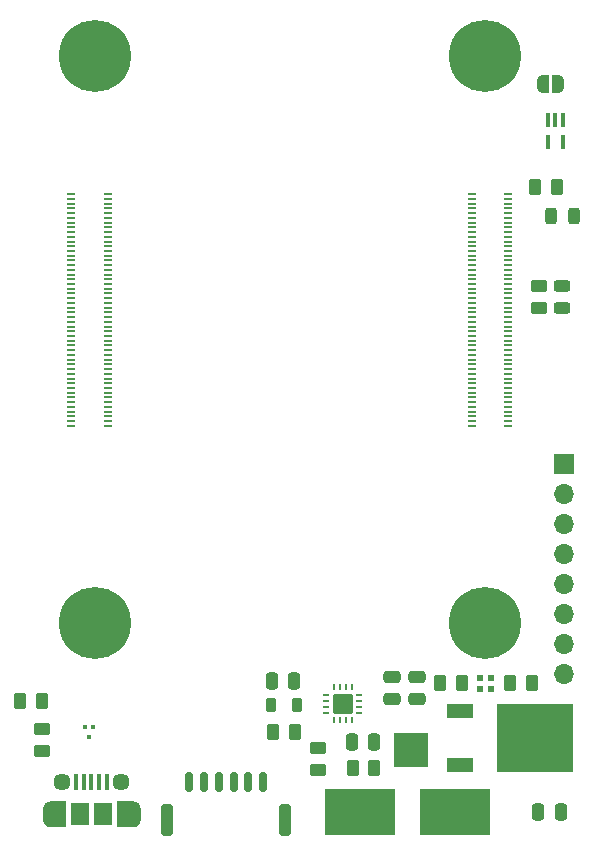
<source format=gbr>
G04 #@! TF.GenerationSoftware,KiCad,Pcbnew,(5.99.0-9568-gb9d26a55f2)*
G04 #@! TF.CreationDate,2021-03-17T08:28:42+01:00*
G04 #@! TF.ProjectId,rpi_cm4_drone_carrier_v01,7270695f-636d-4345-9f64-726f6e655f63,v01*
G04 #@! TF.SameCoordinates,Original*
G04 #@! TF.FileFunction,Soldermask,Top*
G04 #@! TF.FilePolarity,Negative*
%FSLAX46Y46*%
G04 Gerber Fmt 4.6, Leading zero omitted, Abs format (unit mm)*
G04 Created by KiCad (PCBNEW (5.99.0-9568-gb9d26a55f2)) date 2021-03-17 08:28:42*
%MOMM*%
%LPD*%
G01*
G04 APERTURE LIST*
G04 Aperture macros list*
%AMRoundRect*
0 Rectangle with rounded corners*
0 $1 Rounding radius*
0 $2 $3 $4 $5 $6 $7 $8 $9 X,Y pos of 4 corners*
0 Add a 4 corners polygon primitive as box body*
4,1,4,$2,$3,$4,$5,$6,$7,$8,$9,$2,$3,0*
0 Add four circle primitives for the rounded corners*
1,1,$1+$1,$2,$3*
1,1,$1+$1,$4,$5*
1,1,$1+$1,$6,$7*
1,1,$1+$1,$8,$9*
0 Add four rect primitives between the rounded corners*
20,1,$1+$1,$2,$3,$4,$5,0*
20,1,$1+$1,$4,$5,$6,$7,0*
20,1,$1+$1,$6,$7,$8,$9,0*
20,1,$1+$1,$8,$9,$2,$3,0*%
%AMFreePoly0*
4,1,22,0.500000,-0.750000,0.000000,-0.750000,0.000000,-0.745033,-0.079941,-0.743568,-0.215256,-0.701293,-0.333266,-0.622738,-0.424486,-0.514219,-0.481581,-0.384460,-0.499164,-0.250000,-0.500000,-0.250000,-0.500000,0.250000,-0.499164,0.250000,-0.499963,0.256109,-0.478152,0.396186,-0.417904,0.524511,-0.324060,0.630769,-0.204165,0.706417,-0.067858,0.745374,0.000000,0.744959,0.000000,0.750000,
0.500000,0.750000,0.500000,-0.750000,0.500000,-0.750000,$1*%
%AMFreePoly1*
4,1,20,0.000000,0.744959,0.073905,0.744508,0.209726,0.703889,0.328688,0.626782,0.421226,0.519385,0.479903,0.390333,0.500000,0.250000,0.500000,-0.250000,0.499851,-0.262216,0.476331,-0.402017,0.414519,-0.529596,0.319384,-0.634700,0.198574,-0.708877,0.061801,-0.746166,0.000000,-0.745033,0.000000,-0.750000,-0.500000,-0.750000,-0.500000,0.750000,0.000000,0.750000,0.000000,0.744959,
0.000000,0.744959,$1*%
G04 Aperture macros list end*
%ADD10C,0.000100*%
%ADD11RoundRect,0.250000X-0.262500X-0.450000X0.262500X-0.450000X0.262500X0.450000X-0.262500X0.450000X0*%
%ADD12R,0.400000X1.190000*%
%ADD13RoundRect,0.250000X0.250000X0.475000X-0.250000X0.475000X-0.250000X-0.475000X0.250000X-0.475000X0*%
%ADD14RoundRect,0.243750X-0.243750X-0.456250X0.243750X-0.456250X0.243750X0.456250X-0.243750X0.456250X0*%
%ADD15RoundRect,0.150000X-0.150000X-0.700000X0.150000X-0.700000X0.150000X0.700000X-0.150000X0.700000X0*%
%ADD16RoundRect,0.250000X-0.250000X-1.100000X0.250000X-1.100000X0.250000X1.100000X-0.250000X1.100000X0*%
%ADD17FreePoly0,0.000000*%
%ADD18FreePoly1,0.000000*%
%ADD19R,0.490000X0.490000*%
%ADD20C,0.499999*%
%ADD21RoundRect,0.125000X-0.174999X-0.000001X-0.174999X0.000001X0.174999X0.000001X0.174999X-0.000001X0*%
%ADD22RoundRect,0.125000X0.000001X-0.174999X-0.000001X-0.174999X-0.000001X0.174999X0.000001X0.174999X0*%
%ADD23RoundRect,0.203998X-0.646001X-0.646001X0.646001X-0.646001X0.646001X0.646001X-0.646001X0.646001X0*%
%ADD24RoundRect,0.185998X-0.589001X-0.589001X0.589001X-0.589001X0.589001X0.589001X-0.589001X0.589001X0*%
%ADD25RoundRect,0.250000X-0.250000X-0.475000X0.250000X-0.475000X0.250000X0.475000X-0.250000X0.475000X0*%
%ADD26RoundRect,0.243750X0.456250X-0.243750X0.456250X0.243750X-0.456250X0.243750X-0.456250X-0.243750X0*%
%ADD27R,0.400000X1.350000*%
%ADD28C,1.450000*%
%ADD29R,1.500000X1.900000*%
%ADD30RoundRect,0.250000X0.475000X-0.250000X0.475000X0.250000X-0.475000X0.250000X-0.475000X-0.250000X0*%
%ADD31RoundRect,0.250000X0.450000X-0.262500X0.450000X0.262500X-0.450000X0.262500X-0.450000X-0.262500X0*%
%ADD32R,3.000000X3.000000*%
%ADD33RoundRect,0.250000X0.262500X0.450000X-0.262500X0.450000X-0.262500X-0.450000X0.262500X-0.450000X0*%
%ADD34R,6.000000X4.000000*%
%ADD35RoundRect,0.250000X-0.450000X0.262500X-0.450000X-0.262500X0.450000X-0.262500X0.450000X0.262500X0*%
%ADD36RoundRect,0.218750X0.218750X0.381250X-0.218750X0.381250X-0.218750X-0.381250X0.218750X-0.381250X0*%
%ADD37RoundRect,0.250100X-0.262400X-0.449900X0.262400X-0.449900X0.262400X0.449900X-0.262400X0.449900X0*%
%ADD38R,2.200000X1.200000*%
%ADD39R,6.400000X5.800000*%
%ADD40R,1.700000X1.700000*%
%ADD41O,1.700000X1.700000*%
%ADD42R,0.300000X0.300000*%
%ADD43C,6.100000*%
%ADD44R,0.700000X0.200000*%
G04 APERTURE END LIST*
D10*
X133218250Y-145112500D02*
X131918250Y-145112500D01*
X131918250Y-145112500D02*
X131918250Y-147212500D01*
X131918250Y-147212500D02*
X133218250Y-147212500D01*
X133218250Y-147212500D02*
X133248343Y-147211712D01*
X133248343Y-147211712D02*
X133278354Y-147209350D01*
X133278354Y-147209350D02*
X133308200Y-147205421D01*
X133308200Y-147205421D02*
X133337799Y-147199935D01*
X133337799Y-147199935D02*
X133367071Y-147192907D01*
X133367071Y-147192907D02*
X133395935Y-147184357D01*
X133395935Y-147184357D02*
X133424312Y-147174309D01*
X133424312Y-147174309D02*
X133452124Y-147162789D01*
X133452124Y-147162789D02*
X133479295Y-147149829D01*
X133479295Y-147149829D02*
X133505750Y-147135465D01*
X133505750Y-147135465D02*
X133531417Y-147119736D01*
X133531417Y-147119736D02*
X133556227Y-147102685D01*
X133556227Y-147102685D02*
X133580109Y-147084359D01*
X133580109Y-147084359D02*
X133603000Y-147064808D01*
X133603000Y-147064808D02*
X133624836Y-147044086D01*
X133624836Y-147044086D02*
X133645558Y-147022250D01*
X133645558Y-147022250D02*
X133665109Y-146999359D01*
X133665109Y-146999359D02*
X133683435Y-146975477D01*
X133683435Y-146975477D02*
X133700486Y-146950667D01*
X133700486Y-146950667D02*
X133716215Y-146925000D01*
X133716215Y-146925000D02*
X133730579Y-146898545D01*
X133730579Y-146898545D02*
X133743539Y-146871374D01*
X133743539Y-146871374D02*
X133755059Y-146843562D01*
X133755059Y-146843562D02*
X133765107Y-146815185D01*
X133765107Y-146815185D02*
X133773657Y-146786321D01*
X133773657Y-146786321D02*
X133780685Y-146757049D01*
X133780685Y-146757049D02*
X133786171Y-146727450D01*
X133786171Y-146727450D02*
X133790100Y-146697604D01*
X133790100Y-146697604D02*
X133792462Y-146667593D01*
X133792462Y-146667593D02*
X133793250Y-146637500D01*
X133793250Y-146637500D02*
X133793250Y-145687500D01*
X133793250Y-145687500D02*
X133792462Y-145657407D01*
X133792462Y-145657407D02*
X133790100Y-145627396D01*
X133790100Y-145627396D02*
X133786171Y-145597550D01*
X133786171Y-145597550D02*
X133780685Y-145567951D01*
X133780685Y-145567951D02*
X133773657Y-145538679D01*
X133773657Y-145538679D02*
X133765107Y-145509815D01*
X133765107Y-145509815D02*
X133755059Y-145481438D01*
X133755059Y-145481438D02*
X133743539Y-145453626D01*
X133743539Y-145453626D02*
X133730579Y-145426455D01*
X133730579Y-145426455D02*
X133716215Y-145400000D01*
X133716215Y-145400000D02*
X133700486Y-145374333D01*
X133700486Y-145374333D02*
X133683435Y-145349523D01*
X133683435Y-145349523D02*
X133665109Y-145325641D01*
X133665109Y-145325641D02*
X133645558Y-145302750D01*
X133645558Y-145302750D02*
X133624836Y-145280914D01*
X133624836Y-145280914D02*
X133603000Y-145260192D01*
X133603000Y-145260192D02*
X133580109Y-145240641D01*
X133580109Y-145240641D02*
X133556227Y-145222315D01*
X133556227Y-145222315D02*
X133531417Y-145205264D01*
X133531417Y-145205264D02*
X133505750Y-145189535D01*
X133505750Y-145189535D02*
X133479295Y-145175171D01*
X133479295Y-145175171D02*
X133452124Y-145162211D01*
X133452124Y-145162211D02*
X133424312Y-145150691D01*
X133424312Y-145150691D02*
X133395935Y-145140643D01*
X133395935Y-145140643D02*
X133367071Y-145132093D01*
X133367071Y-145132093D02*
X133337799Y-145125065D01*
X133337799Y-145125065D02*
X133308200Y-145119579D01*
X133308200Y-145119579D02*
X133278354Y-145115650D01*
X133278354Y-145115650D02*
X133248343Y-145113288D01*
X133248343Y-145113288D02*
X133218250Y-145112500D01*
X133218250Y-145112500D02*
X133218250Y-145112500D01*
G36*
X133248343Y-145113288D02*
G01*
X133278354Y-145115650D01*
X133308200Y-145119579D01*
X133337799Y-145125065D01*
X133367071Y-145132093D01*
X133395935Y-145140643D01*
X133424312Y-145150691D01*
X133452124Y-145162211D01*
X133479295Y-145175171D01*
X133505750Y-145189535D01*
X133531417Y-145205264D01*
X133556227Y-145222315D01*
X133580109Y-145240641D01*
X133603000Y-145260192D01*
X133624836Y-145280914D01*
X133645558Y-145302750D01*
X133665109Y-145325641D01*
X133683435Y-145349523D01*
X133700486Y-145374333D01*
X133716215Y-145400000D01*
X133730579Y-145426455D01*
X133743539Y-145453626D01*
X133755059Y-145481438D01*
X133765107Y-145509815D01*
X133773657Y-145538679D01*
X133780685Y-145567951D01*
X133786171Y-145597550D01*
X133790100Y-145627396D01*
X133792462Y-145657407D01*
X133793250Y-145687500D01*
X133793250Y-146637500D01*
X133792462Y-146667593D01*
X133790100Y-146697604D01*
X133786171Y-146727450D01*
X133780685Y-146757049D01*
X133773657Y-146786321D01*
X133765107Y-146815185D01*
X133755059Y-146843562D01*
X133743539Y-146871374D01*
X133730579Y-146898545D01*
X133716215Y-146925000D01*
X133700486Y-146950667D01*
X133683435Y-146975477D01*
X133665109Y-146999359D01*
X133645558Y-147022250D01*
X133624836Y-147044086D01*
X133603000Y-147064808D01*
X133580109Y-147084359D01*
X133556227Y-147102685D01*
X133531417Y-147119736D01*
X133505750Y-147135465D01*
X133479295Y-147149829D01*
X133452124Y-147162789D01*
X133424312Y-147174309D01*
X133395935Y-147184357D01*
X133367071Y-147192907D01*
X133337799Y-147199935D01*
X133308200Y-147205421D01*
X133278354Y-147209350D01*
X133248343Y-147211712D01*
X133218250Y-147212500D01*
X131918250Y-147212500D01*
X131918250Y-145112500D01*
X133218250Y-145112500D01*
X133248343Y-145113288D01*
G37*
X133248343Y-145113288D02*
X133278354Y-145115650D01*
X133308200Y-145119579D01*
X133337799Y-145125065D01*
X133367071Y-145132093D01*
X133395935Y-145140643D01*
X133424312Y-145150691D01*
X133452124Y-145162211D01*
X133479295Y-145175171D01*
X133505750Y-145189535D01*
X133531417Y-145205264D01*
X133556227Y-145222315D01*
X133580109Y-145240641D01*
X133603000Y-145260192D01*
X133624836Y-145280914D01*
X133645558Y-145302750D01*
X133665109Y-145325641D01*
X133683435Y-145349523D01*
X133700486Y-145374333D01*
X133716215Y-145400000D01*
X133730579Y-145426455D01*
X133743539Y-145453626D01*
X133755059Y-145481438D01*
X133765107Y-145509815D01*
X133773657Y-145538679D01*
X133780685Y-145567951D01*
X133786171Y-145597550D01*
X133790100Y-145627396D01*
X133792462Y-145657407D01*
X133793250Y-145687500D01*
X133793250Y-146637500D01*
X133792462Y-146667593D01*
X133790100Y-146697604D01*
X133786171Y-146727450D01*
X133780685Y-146757049D01*
X133773657Y-146786321D01*
X133765107Y-146815185D01*
X133755059Y-146843562D01*
X133743539Y-146871374D01*
X133730579Y-146898545D01*
X133716215Y-146925000D01*
X133700486Y-146950667D01*
X133683435Y-146975477D01*
X133665109Y-146999359D01*
X133645558Y-147022250D01*
X133624836Y-147044086D01*
X133603000Y-147064808D01*
X133580109Y-147084359D01*
X133556227Y-147102685D01*
X133531417Y-147119736D01*
X133505750Y-147135465D01*
X133479295Y-147149829D01*
X133452124Y-147162789D01*
X133424312Y-147174309D01*
X133395935Y-147184357D01*
X133367071Y-147192907D01*
X133337799Y-147199935D01*
X133308200Y-147205421D01*
X133278354Y-147209350D01*
X133248343Y-147211712D01*
X133218250Y-147212500D01*
X131918250Y-147212500D01*
X131918250Y-145112500D01*
X133218250Y-145112500D01*
X133248343Y-145113288D01*
X126218250Y-145112500D02*
X127518250Y-145112500D01*
X127518250Y-145112500D02*
X127518250Y-147212500D01*
X127518250Y-147212500D02*
X126218250Y-147212500D01*
X126218250Y-147212500D02*
X126188157Y-147211712D01*
X126188157Y-147211712D02*
X126158146Y-147209350D01*
X126158146Y-147209350D02*
X126128300Y-147205421D01*
X126128300Y-147205421D02*
X126098701Y-147199935D01*
X126098701Y-147199935D02*
X126069429Y-147192907D01*
X126069429Y-147192907D02*
X126040565Y-147184357D01*
X126040565Y-147184357D02*
X126012188Y-147174309D01*
X126012188Y-147174309D02*
X125984376Y-147162789D01*
X125984376Y-147162789D02*
X125957205Y-147149829D01*
X125957205Y-147149829D02*
X125930750Y-147135465D01*
X125930750Y-147135465D02*
X125905083Y-147119736D01*
X125905083Y-147119736D02*
X125880273Y-147102685D01*
X125880273Y-147102685D02*
X125856391Y-147084359D01*
X125856391Y-147084359D02*
X125833500Y-147064808D01*
X125833500Y-147064808D02*
X125811664Y-147044086D01*
X125811664Y-147044086D02*
X125790942Y-147022250D01*
X125790942Y-147022250D02*
X125771391Y-146999359D01*
X125771391Y-146999359D02*
X125753065Y-146975477D01*
X125753065Y-146975477D02*
X125736014Y-146950667D01*
X125736014Y-146950667D02*
X125720285Y-146925000D01*
X125720285Y-146925000D02*
X125705921Y-146898545D01*
X125705921Y-146898545D02*
X125692961Y-146871374D01*
X125692961Y-146871374D02*
X125681441Y-146843562D01*
X125681441Y-146843562D02*
X125671393Y-146815185D01*
X125671393Y-146815185D02*
X125662843Y-146786321D01*
X125662843Y-146786321D02*
X125655815Y-146757049D01*
X125655815Y-146757049D02*
X125650329Y-146727450D01*
X125650329Y-146727450D02*
X125646400Y-146697604D01*
X125646400Y-146697604D02*
X125644038Y-146667593D01*
X125644038Y-146667593D02*
X125643250Y-146637500D01*
X125643250Y-146637500D02*
X125643250Y-145687500D01*
X125643250Y-145687500D02*
X125644038Y-145657407D01*
X125644038Y-145657407D02*
X125646400Y-145627396D01*
X125646400Y-145627396D02*
X125650329Y-145597550D01*
X125650329Y-145597550D02*
X125655815Y-145567951D01*
X125655815Y-145567951D02*
X125662843Y-145538679D01*
X125662843Y-145538679D02*
X125671393Y-145509815D01*
X125671393Y-145509815D02*
X125681441Y-145481438D01*
X125681441Y-145481438D02*
X125692961Y-145453626D01*
X125692961Y-145453626D02*
X125705921Y-145426455D01*
X125705921Y-145426455D02*
X125720285Y-145400000D01*
X125720285Y-145400000D02*
X125736014Y-145374333D01*
X125736014Y-145374333D02*
X125753065Y-145349523D01*
X125753065Y-145349523D02*
X125771391Y-145325641D01*
X125771391Y-145325641D02*
X125790942Y-145302750D01*
X125790942Y-145302750D02*
X125811664Y-145280914D01*
X125811664Y-145280914D02*
X125833500Y-145260192D01*
X125833500Y-145260192D02*
X125856391Y-145240641D01*
X125856391Y-145240641D02*
X125880273Y-145222315D01*
X125880273Y-145222315D02*
X125905083Y-145205264D01*
X125905083Y-145205264D02*
X125930750Y-145189535D01*
X125930750Y-145189535D02*
X125957205Y-145175171D01*
X125957205Y-145175171D02*
X125984376Y-145162211D01*
X125984376Y-145162211D02*
X126012188Y-145150691D01*
X126012188Y-145150691D02*
X126040565Y-145140643D01*
X126040565Y-145140643D02*
X126069429Y-145132093D01*
X126069429Y-145132093D02*
X126098701Y-145125065D01*
X126098701Y-145125065D02*
X126128300Y-145119579D01*
X126128300Y-145119579D02*
X126158146Y-145115650D01*
X126158146Y-145115650D02*
X126188157Y-145113288D01*
X126188157Y-145113288D02*
X126218250Y-145112500D01*
X126218250Y-145112500D02*
X126218250Y-145112500D01*
G36*
X127518250Y-147212500D02*
G01*
X126218250Y-147212500D01*
X126188157Y-147211712D01*
X126158146Y-147209350D01*
X126128300Y-147205421D01*
X126098701Y-147199935D01*
X126069429Y-147192907D01*
X126040565Y-147184357D01*
X126012188Y-147174309D01*
X125984376Y-147162789D01*
X125957205Y-147149829D01*
X125930750Y-147135465D01*
X125905083Y-147119736D01*
X125880273Y-147102685D01*
X125856391Y-147084359D01*
X125833500Y-147064808D01*
X125811664Y-147044086D01*
X125790942Y-147022250D01*
X125771391Y-146999359D01*
X125753065Y-146975477D01*
X125736014Y-146950667D01*
X125720285Y-146925000D01*
X125705921Y-146898545D01*
X125692961Y-146871374D01*
X125681441Y-146843562D01*
X125671393Y-146815185D01*
X125662843Y-146786321D01*
X125655815Y-146757049D01*
X125650329Y-146727450D01*
X125646400Y-146697604D01*
X125644038Y-146667593D01*
X125643250Y-146637500D01*
X125643250Y-145687500D01*
X125644038Y-145657407D01*
X125646400Y-145627396D01*
X125650329Y-145597550D01*
X125655815Y-145567951D01*
X125662843Y-145538679D01*
X125671393Y-145509815D01*
X125681441Y-145481438D01*
X125692961Y-145453626D01*
X125705921Y-145426455D01*
X125720285Y-145400000D01*
X125736014Y-145374333D01*
X125753065Y-145349523D01*
X125771391Y-145325641D01*
X125790942Y-145302750D01*
X125811664Y-145280914D01*
X125833500Y-145260192D01*
X125856391Y-145240641D01*
X125880273Y-145222315D01*
X125905083Y-145205264D01*
X125930750Y-145189535D01*
X125957205Y-145175171D01*
X125984376Y-145162211D01*
X126012188Y-145150691D01*
X126040565Y-145140643D01*
X126069429Y-145132093D01*
X126098701Y-145125065D01*
X126128300Y-145119579D01*
X126158146Y-145115650D01*
X126188157Y-145113288D01*
X126218250Y-145112500D01*
X127518250Y-145112500D01*
X127518250Y-147212500D01*
G37*
X127518250Y-147212500D02*
X126218250Y-147212500D01*
X126188157Y-147211712D01*
X126158146Y-147209350D01*
X126128300Y-147205421D01*
X126098701Y-147199935D01*
X126069429Y-147192907D01*
X126040565Y-147184357D01*
X126012188Y-147174309D01*
X125984376Y-147162789D01*
X125957205Y-147149829D01*
X125930750Y-147135465D01*
X125905083Y-147119736D01*
X125880273Y-147102685D01*
X125856391Y-147084359D01*
X125833500Y-147064808D01*
X125811664Y-147044086D01*
X125790942Y-147022250D01*
X125771391Y-146999359D01*
X125753065Y-146975477D01*
X125736014Y-146950667D01*
X125720285Y-146925000D01*
X125705921Y-146898545D01*
X125692961Y-146871374D01*
X125681441Y-146843562D01*
X125671393Y-146815185D01*
X125662843Y-146786321D01*
X125655815Y-146757049D01*
X125650329Y-146727450D01*
X125646400Y-146697604D01*
X125644038Y-146667593D01*
X125643250Y-146637500D01*
X125643250Y-145687500D01*
X125644038Y-145657407D01*
X125646400Y-145627396D01*
X125650329Y-145597550D01*
X125655815Y-145567951D01*
X125662843Y-145538679D01*
X125671393Y-145509815D01*
X125681441Y-145481438D01*
X125692961Y-145453626D01*
X125705921Y-145426455D01*
X125720285Y-145400000D01*
X125736014Y-145374333D01*
X125753065Y-145349523D01*
X125771391Y-145325641D01*
X125790942Y-145302750D01*
X125811664Y-145280914D01*
X125833500Y-145260192D01*
X125856391Y-145240641D01*
X125880273Y-145222315D01*
X125905083Y-145205264D01*
X125930750Y-145189535D01*
X125957205Y-145175171D01*
X125984376Y-145162211D01*
X126012188Y-145150691D01*
X126040565Y-145140643D01*
X126069429Y-145132093D01*
X126098701Y-145125065D01*
X126128300Y-145119579D01*
X126158146Y-145115650D01*
X126188157Y-145113288D01*
X126218250Y-145112500D01*
X127518250Y-145112500D01*
X127518250Y-147212500D01*
D11*
X145107497Y-139267398D03*
X146932497Y-139267398D03*
D12*
X169650000Y-87372500D03*
X169000000Y-87372500D03*
X168350000Y-87372500D03*
X168350000Y-89292500D03*
X169650000Y-89292500D03*
D13*
X153650000Y-140100000D03*
X151750000Y-140100000D03*
D14*
X168662500Y-95500000D03*
X170537500Y-95500000D03*
D15*
X138000000Y-143450000D03*
X139250000Y-143450000D03*
X140500000Y-143450000D03*
X141750000Y-143450000D03*
X143000000Y-143450000D03*
X144250000Y-143450000D03*
D16*
X136150000Y-146650000D03*
X146100000Y-146650000D03*
D17*
X167950000Y-84350000D03*
D18*
X169250000Y-84350000D03*
D19*
X163555000Y-135555000D03*
X163555000Y-134645000D03*
X162645000Y-134645000D03*
X162645000Y-135555000D03*
D20*
X151499998Y-137349999D03*
X151499998Y-136350001D03*
X150500000Y-136350001D03*
X150500000Y-137349999D03*
X150999999Y-136850000D03*
D21*
X149599997Y-136099999D03*
X149599997Y-136599998D03*
X149599997Y-137099999D03*
X149599997Y-137599999D03*
D22*
X150249998Y-138250000D03*
X150749997Y-138250000D03*
X151249998Y-138250000D03*
X151749998Y-138250000D03*
D21*
X152399996Y-137599999D03*
X152399996Y-137099999D03*
X152399996Y-136599998D03*
X152399996Y-136099999D03*
D22*
X151749998Y-135450000D03*
X151249998Y-135450000D03*
X150749997Y-135450000D03*
X150249998Y-135450000D03*
D23*
X151000000Y-136850001D03*
D24*
X150999996Y-136850001D03*
D25*
X167550000Y-146000000D03*
X169450000Y-146000000D03*
D26*
X169600000Y-103350000D03*
X169600000Y-101475000D03*
D27*
X128418250Y-143487500D03*
X129068250Y-143487500D03*
X129718250Y-143487500D03*
X130368250Y-143487500D03*
X131018250Y-143487500D03*
D28*
X127218250Y-143462500D03*
X132218250Y-143462500D03*
D29*
X128718250Y-146162500D03*
X130718250Y-146162500D03*
D30*
X157250000Y-136450000D03*
X157250000Y-134550000D03*
D31*
X148900000Y-142412500D03*
X148900000Y-140587500D03*
D11*
X159237500Y-135100000D03*
X161062500Y-135100000D03*
D32*
X156750000Y-140750000D03*
D33*
X125512500Y-136612500D03*
X123687500Y-136612500D03*
X169112500Y-93100000D03*
X167287500Y-93100000D03*
D34*
X160500000Y-146000000D03*
X152500000Y-146000000D03*
D11*
X165187500Y-135100000D03*
X167012500Y-135100000D03*
D25*
X144999999Y-134950000D03*
X146899999Y-134950000D03*
D31*
X125500000Y-140825000D03*
X125500000Y-139000000D03*
D35*
X167600000Y-101500000D03*
X167600000Y-103325000D03*
D36*
X147086797Y-136981398D03*
X144961797Y-136981398D03*
D11*
X151837500Y-142250000D03*
D37*
X153662500Y-142250000D03*
D30*
X155180000Y-136450000D03*
X155180000Y-134550000D03*
D38*
X160950000Y-137470000D03*
X160950000Y-142030000D03*
D39*
X167250000Y-139750000D03*
D40*
X169750000Y-116575000D03*
D41*
X169750000Y-119115000D03*
X169750000Y-121655000D03*
X169750000Y-124195000D03*
X169750000Y-126735000D03*
X169750000Y-129275000D03*
X169750000Y-131815000D03*
X169750000Y-134355000D03*
D42*
X129850000Y-138775000D03*
X129150000Y-138775000D03*
X129500000Y-139625000D03*
D43*
X163000000Y-82000000D03*
X130000000Y-130000000D03*
X130000000Y-82000000D03*
X163000000Y-130000000D03*
D44*
X165000000Y-113300000D03*
X161920000Y-113300000D03*
X165000000Y-112900000D03*
X161920000Y-112900000D03*
X165000000Y-112500000D03*
X161920000Y-112500000D03*
X165000000Y-112100000D03*
X161920000Y-112100000D03*
X165000000Y-111700000D03*
X161920000Y-111700000D03*
X165000000Y-111300000D03*
X161920000Y-111300000D03*
X165000000Y-110900000D03*
X161920000Y-110900000D03*
X165000000Y-110500000D03*
X161920000Y-110500000D03*
X165000000Y-110100000D03*
X161920000Y-110100000D03*
X165000000Y-109700000D03*
X161920000Y-109700000D03*
X165000000Y-109300000D03*
X161920000Y-109300000D03*
X165000000Y-108900000D03*
X161920000Y-108900000D03*
X165000000Y-108500000D03*
X161920000Y-108500000D03*
X165000000Y-108100000D03*
X161920000Y-108100000D03*
X165000000Y-107700000D03*
X161920000Y-107700000D03*
X165000000Y-107300000D03*
X161920000Y-107300000D03*
X165000000Y-106900000D03*
X161920000Y-106900000D03*
X165000000Y-106500000D03*
X161920000Y-106500000D03*
X165000000Y-106100000D03*
X161920000Y-106100000D03*
X165000000Y-105700000D03*
X161920000Y-105700000D03*
X165000000Y-105300000D03*
X161920000Y-105300000D03*
X165000000Y-104900000D03*
X161920000Y-104900000D03*
X165000000Y-104500000D03*
X161920000Y-104500000D03*
X165000000Y-104100000D03*
X161920000Y-104100000D03*
X165000000Y-103700000D03*
X161920000Y-103700000D03*
X165000000Y-103300000D03*
X161920000Y-103300000D03*
X165000000Y-102900000D03*
X161920000Y-102900000D03*
X165000000Y-102500000D03*
X161920000Y-102500000D03*
X165000000Y-102100000D03*
X161920000Y-102100000D03*
X165000000Y-101700000D03*
X161920000Y-101700000D03*
X165000000Y-101300000D03*
X161920000Y-101300000D03*
X165000000Y-100900000D03*
X161920000Y-100900000D03*
X165000000Y-100500000D03*
X161920000Y-100500000D03*
X165000000Y-100100000D03*
X161920000Y-100100000D03*
X165000000Y-99700000D03*
X161920000Y-99700000D03*
X165000000Y-99300000D03*
X161920000Y-99300000D03*
X165000000Y-98900000D03*
X161920000Y-98900000D03*
X165000000Y-98500000D03*
X161920000Y-98500000D03*
X165000000Y-98100000D03*
X161920000Y-98100000D03*
X165000000Y-97700000D03*
X161920000Y-97700000D03*
X165000000Y-97300000D03*
X161920000Y-97300000D03*
X165000000Y-96900000D03*
X161920000Y-96900000D03*
X165000000Y-96500000D03*
X161920000Y-96500000D03*
X165000000Y-96100000D03*
X161920000Y-96100000D03*
X165000000Y-95700000D03*
X161920000Y-95700000D03*
X165000000Y-95300000D03*
X161920000Y-95300000D03*
X165000000Y-94900000D03*
X161920000Y-94900000D03*
X165000000Y-94500000D03*
X161920000Y-94500000D03*
X165000000Y-94100000D03*
X161920000Y-94100000D03*
X165000000Y-93700000D03*
X161920000Y-93700000D03*
X131080000Y-113300000D03*
X128000000Y-113300000D03*
X131080000Y-112900000D03*
X128000000Y-112900000D03*
X131080000Y-112500000D03*
X128000000Y-112500000D03*
X131080000Y-112100000D03*
X128000000Y-112100000D03*
X131080000Y-111700000D03*
X128000000Y-111700000D03*
X131080000Y-111300000D03*
X128000000Y-111300000D03*
X131080000Y-110900000D03*
X128000000Y-110900000D03*
X131080000Y-110500000D03*
X128000000Y-110500000D03*
X131080000Y-110100000D03*
X128000000Y-110100000D03*
X131080000Y-109700000D03*
X128000000Y-109700000D03*
X131080000Y-109300000D03*
X128000000Y-109300000D03*
X131080000Y-108900000D03*
X128000000Y-108900000D03*
X131080000Y-108500000D03*
X128000000Y-108500000D03*
X131080000Y-108100000D03*
X128000000Y-108100000D03*
X131080000Y-107700000D03*
X128000000Y-107700000D03*
X131080000Y-107300000D03*
X128000000Y-107300000D03*
X131080000Y-106900000D03*
X128000000Y-106900000D03*
X131080000Y-106500000D03*
X128000000Y-106500000D03*
X131080000Y-106100000D03*
X128000000Y-106100000D03*
X131080000Y-105700000D03*
X128000000Y-105700000D03*
X131080000Y-105300000D03*
X128000000Y-105300000D03*
X131080000Y-104900000D03*
X128000000Y-104900000D03*
X131080000Y-104500000D03*
X128000000Y-104500000D03*
X131080000Y-104100000D03*
X128000000Y-104100000D03*
X131080000Y-103700000D03*
X128000000Y-103700000D03*
X131080000Y-103300000D03*
X128000000Y-103300000D03*
X131080000Y-102900000D03*
X128000000Y-102900000D03*
X131080000Y-102500000D03*
X128000000Y-102500000D03*
X131080000Y-102100000D03*
X128000000Y-102100000D03*
X131080000Y-101700000D03*
X128000000Y-101700000D03*
X131080000Y-101300000D03*
X128000000Y-101300000D03*
X131080000Y-100900000D03*
X128000000Y-100900000D03*
X131080000Y-100500000D03*
X128000000Y-100500000D03*
X131080000Y-100100000D03*
X128000000Y-100100000D03*
X131080000Y-99700000D03*
X128000000Y-99700000D03*
X131080000Y-99300000D03*
X128000000Y-99300000D03*
X131080000Y-98900000D03*
X128000000Y-98900000D03*
X131080000Y-98500000D03*
X128000000Y-98500000D03*
X131080000Y-98100000D03*
X128000000Y-98100000D03*
X131080000Y-97700000D03*
X128000000Y-97700000D03*
X131080000Y-97300000D03*
X128000000Y-97300000D03*
X131080000Y-96900000D03*
X128000000Y-96900000D03*
X131080000Y-96500000D03*
X128000000Y-96500000D03*
X131080000Y-96100000D03*
X128000000Y-96100000D03*
X131080000Y-95700000D03*
X128000000Y-95700000D03*
X131080000Y-95300000D03*
X128000000Y-95300000D03*
X131080000Y-94900000D03*
X128000000Y-94900000D03*
X131080000Y-94500000D03*
X128000000Y-94500000D03*
X131080000Y-94100000D03*
X128000000Y-94100000D03*
X131080000Y-93700000D03*
X128000000Y-93700000D03*
M02*

</source>
